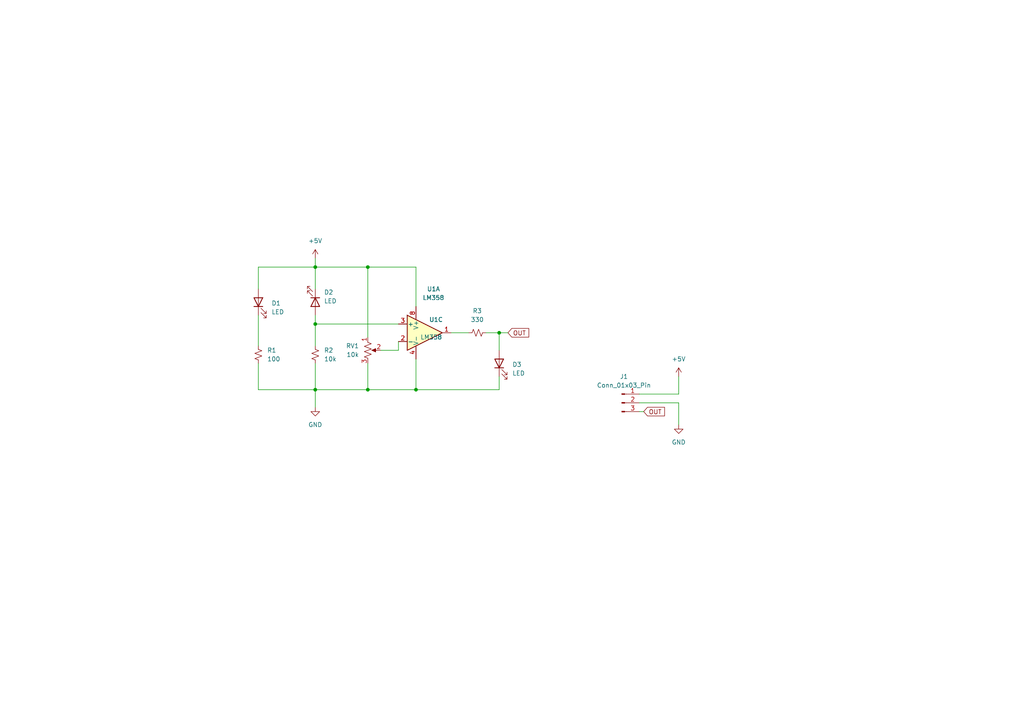
<source format=kicad_sch>
(kicad_sch (version 20250114) (generator "eeschema") (generator_version "9.0")
  (paper "A4")
  (lib_symbols
    (symbol "Amplifier_Operational:LM358" (pin_names (offset 0.127))
      (property "Reference" "U" (at 0 5.08 0))
      (property "Value" "LM358" (at 0 -5.08 0))
      (symbol "LM358_1_1"
        (polyline (pts (xy -5.08 5.08) (xy 5.08 0) (xy -5.08 -5.08) (xy -5.08 5.08)) (stroke (width 0.254)) (fill (type background)))
        (pin input line (at -7.62 2.54 0) (length 2.54) (name "+") (number "3"))
        (pin input line (at -7.62 -2.54 0) (length 2.54) (name "-") (number "2"))
        (pin output line (at 7.62 0 180) (length 2.54) (name "~") (number "1"))
      )
      (symbol "LM358_2_1"
        (polyline (pts (xy -5.08 5.08) (xy 5.08 0) (xy -5.08 -5.08) (xy -5.08 5.08)) (stroke (width 0.254)) (fill (type background)))
        (pin input line (at -7.62 2.54 0) (length 2.54) (name "+") (number "5"))
        (pin input line (at -7.62 -2.54 0) (length 2.54) (name "-") (number "6"))
        (pin output line (at 7.62 0 180) (length 2.54) (name "~") (number "7"))
      )
      (symbol "LM358_3_1"
        (pin power_in line (at -2.54 7.62 270) (length 3.81) (name "V+") (number "8"))
        (pin power_in line (at -2.54 -7.62 90) (length 3.81) (name "V-") (number "4"))
      )
    )
    (symbol "Connector:Conn_01x03_Pin" (pin_names (offset 1.016) (hide yes))
      (property "Reference" "J" (at 0 5.08 0))
      (property "Value" "Conn_01x03_Pin" (at 0 -5.08 0))
      (symbol "Conn_01x03_Pin_1_1"
        (rectangle (start 0.8636 2.667) (end 0 2.413) (stroke (width 0.1524)) (fill (type outline)))
        (rectangle (start 0.8636 0.127) (end 0 -0.127) (stroke (width 0.1524)) (fill (type outline)))
        (rectangle (start 0.8636 -2.413) (end 0 -2.667) (stroke (width 0.1524)) (fill (type outline)))
        (polyline (pts (xy 1.27 2.54) (xy 0.8636 2.54)) (stroke (width 0.1524)))
        (polyline (pts (xy 1.27 0) (xy 0.8636 0)) (stroke (width 0.1524)))
        (polyline (pts (xy 1.27 -2.54) (xy 0.8636 -2.54)) (stroke (width 0.1524)))
        (pin passive line (at 5.08 2.54 180) (length 3.81) (name "Pin_1") (number "1"))
        (pin passive line (at 5.08 0 180) (length 3.81) (name "Pin_2") (number "2"))
        (pin passive line (at 5.08 -2.54 180) (length 3.81) (name "Pin_3") (number "3"))
      )
    )
    (symbol "Device:LED" (pin_numbers (hide yes)) (pin_names (offset 1.016) (hide yes))
      (property "Reference" "D" (at 0 2.54 0))
      (property "Value" "LED" (at 0 -2.54 0))
      (symbol "LED_0_1"
        (polyline (pts (xy -3.048 -0.762) (xy -4.572 -2.286) (xy -3.81 -2.286) (xy -4.572 -2.286) (xy -4.572 -1.524)))
        (polyline (pts (xy -1.778 -0.762) (xy -3.302 -2.286) (xy -2.54 -2.286) (xy -3.302 -2.286) (xy -3.302 -1.524)))
        (polyline (pts (xy -1.27 0) (xy 1.27 0)))
        (polyline (pts (xy -1.27 -1.27) (xy -1.27 1.27)) (stroke (width 0.254)))
        (polyline (pts (xy 1.27 -1.27) (xy 1.27 1.27) (xy -1.27 0) (xy 1.27 -1.27)) (stroke (width 0.254)))
      )
      (symbol "LED_1_1"
        (pin passive line (at -3.81 0 0) (length 2.54) (name "K") (number "1"))
        (pin passive line (at 3.81 0 180) (length 2.54) (name "A") (number "2"))
      )
    )
    (symbol "Device:R_Potentiometer_US" (pin_names (offset 1.016) (hide yes))
      (property "Reference" "RV" (at -4.445 0 90))
      (property "Value" "R_Potentiometer_US" (at -2.54 0 90))
      (symbol "R_Potentiometer_US_0_1"
        (polyline (pts (xy 0 2.54) (xy 0 2.286)))
        (polyline (pts (xy 0 2.286) (xy 1.016 1.905) (xy 0 1.524) (xy -1.016 1.143) (xy 0 0.762)))
        (polyline (pts (xy 0 0.762) (xy 1.016 0.381) (xy 0 0) (xy -1.016 -0.381) (xy 0 -0.762)))
        (polyline (pts (xy 0 -0.762) (xy 1.016 -1.143) (xy 0 -1.524) (xy -1.016 -1.905) (xy 0 -2.286)))
        (polyline (pts (xy 0 -2.286) (xy 0 -2.54)))
        (polyline (pts (xy 1.143 0) (xy 2.286 0.508) (xy 2.286 -0.508) (xy 1.143 0)) (fill (type outline)))
        (polyline (pts (xy 2.54 0) (xy 1.524 0)))
      )
      (symbol "R_Potentiometer_US_1_1"
        (pin passive line (at 0 3.81 270) (length 1.27) (name "1") (number "1"))
        (pin passive line (at 0 -3.81 90) (length 1.27) (name "3") (number "3"))
        (pin passive line (at 3.81 0 180) (length 1.27) (name "2") (number "2"))
      )
    )
    (symbol "Device:R_Small_US" (pin_numbers (hide yes)) (pin_names (offset 0.254) (hide yes))
      (property "Reference" "R" (at 0.762 0.508 0))
      (property "Value" "R_Small_US" (at 0.762 -1.016 0))
      (symbol "R_Small_US_1_1"
        (polyline (pts (xy 0 1.524) (xy 1.016 1.143) (xy 0 0.762) (xy -1.016 0.381) (xy 0 0)))
        (polyline (pts (xy 0 0) (xy 1.016 -0.381) (xy 0 -0.762) (xy -1.016 -1.143) (xy 0 -1.524)))
        (pin passive line (at 0 2.54 270) (length 1.016) (name "~") (number "1"))
        (pin passive line (at 0 -2.54 90) (length 1.016) (name "~") (number "2"))
      )
    )
    (symbol "power:+5V" (power) (pin_numbers (hide yes)) (pin_names (offset 0) (hide yes))
      (property "Value" "+5V" (at 0 3.556 0))
      (symbol "+5V_0_1"
        (polyline (pts (xy -0.762 1.27) (xy 0 2.54)))
        (polyline (pts (xy 0 2.54) (xy 0.762 1.27)))
        (polyline (pts (xy 0 0) (xy 0 2.54)))
      )
      (symbol "+5V_1_1"
        (pin power_in line (at 0 0 90) (length 0) (name "~") (number "1"))
      )
    )
    (symbol "power:GND" (power) (pin_numbers (hide yes)) (pin_names (offset 0) (hide yes))
      (property "Value" "GND" (at 0 -3.81 0))
      (symbol "GND_0_1"
        (polyline (pts (xy 0 0) (xy 0 -1.27) (xy 1.27 -1.27) (xy 0 -2.54) (xy -1.27 -1.27) (xy 0 -1.27)))
      )
      (symbol "GND_1_1"
        (pin power_in line (at 0 0 270) (length 0) (name "~") (number "1"))
      )
    )
  )
  (junction (at 91.44 113.03))
  (junction (at 91.44 93.98))
  (junction (at 120.65 113.03))
  (junction (at 91.44 77.47))
  (junction (at 144.78 96.52))
  (junction (at 106.68 77.47))
  (junction (at 106.68 113.03))
  (wire (pts (xy 74.93 91.44) (xy 74.93 100.33)))
  (wire (pts (xy 120.65 104.14) (xy 120.65 113.03)))
  (wire (pts (xy 91.44 113.03) (xy 91.44 118.11)))
  (wire (pts (xy 196.85 114.3) (xy 185.42 114.3)))
  (wire (pts (xy 74.93 77.47) (xy 91.44 77.47)))
  (wire (pts (xy 91.44 74.93) (xy 91.44 77.47)))
  (wire (pts (xy 196.85 116.84) (xy 185.42 116.84)))
  (wire (pts (xy 185.42 119.38) (xy 186.69 119.38)))
  (wire (pts (xy 106.68 105.41) (xy 106.68 113.03)))
  (wire (pts (xy 74.93 113.03) (xy 91.44 113.03)))
  (wire (pts (xy 106.68 97.79) (xy 106.68 77.47)))
  (wire (pts (xy 115.57 101.6) (xy 115.57 99.06)))
  (wire (pts (xy 106.68 113.03) (xy 91.44 113.03)))
  (wire (pts (xy 74.93 105.41) (xy 74.93 113.03)))
  (wire (pts (xy 91.44 91.44) (xy 91.44 93.98)))
  (wire (pts (xy 196.85 109.22) (xy 196.85 114.3)))
  (wire (pts (xy 120.65 113.03) (xy 144.78 113.03)))
  (wire (pts (xy 106.68 77.47) (xy 91.44 77.47)))
  (wire (pts (xy 120.65 88.9) (xy 120.65 77.47)))
  (wire (pts (xy 91.44 113.03) (xy 91.44 105.41)))
  (wire (pts (xy 91.44 77.47) (xy 91.44 83.82)))
  (wire (pts (xy 144.78 109.22) (xy 144.78 113.03)))
  (wire (pts (xy 144.78 96.52) (xy 147.32 96.52)))
  (wire (pts (xy 110.49 101.6) (xy 115.57 101.6)))
  (wire (pts (xy 74.93 77.47) (xy 74.93 83.82)))
  (wire (pts (xy 120.65 113.03) (xy 106.68 113.03)))
  (wire (pts (xy 130.81 96.52) (xy 135.89 96.52)))
  (wire (pts (xy 196.85 116.84) (xy 196.85 123.19)))
  (wire (pts (xy 91.44 93.98) (xy 91.44 100.33)))
  (wire (pts (xy 91.44 93.98) (xy 115.57 93.98)))
  (wire (pts (xy 144.78 96.52) (xy 144.78 101.6)))
  (wire (pts (xy 140.97 96.52) (xy 144.78 96.52)))
  (wire (pts (xy 106.68 77.47) (xy 120.65 77.47)))
  (global_label "OUT" (shape input) (at 186.69 119.38 0) (property "Intersheetrefs" "${INTERSHEET_REFS}" (effects (hide yes))))
  (global_label "OUT" (shape input) (at 147.32 96.52 0) (property "Intersheetrefs" "${INTERSHEET_REFS}" (effects (hide yes))))
  (symbol (lib_id "Device:LED") (at 91.44 87.63 270) (unit 1)
    (property "Reference" "D2" (at 93.98 84.7724 90) (effects (justify left)))
    (property "Value" "LED" (at 93.98 87.3124 90) (effects (justify left)))
    (property "Footprint" "LED_THT:LED_D5.0mm_Horizontal_O1.27mm_Z3.0mm_Clear" (effects (hide yes)))
    (property "Description" "Light emitting diode" (effects (hide yes)))
    (property "Sim.Pins" "1=K 2=A" (effects (hide yes)))
  )
  (symbol (lib_id "Device:R_Small_US") (at 74.93 102.87 0) (unit 1)
    (property "Reference" "R1" (at 77.47 101.5999 0) (effects (justify left)))
    (property "Value" "100" (at 77.47 104.1399 0) (effects (justify left)))
    (property "Footprint" "Resistor_SMD:R_1206_3216Metric_Pad1.30x1.75mm_HandSolder" (effects (hide yes)))
    (property "Description" "Resistor, small US symbol" (effects (hide yes)))
  )
  (symbol (lib_id "power:+5V") (at 91.44 74.93 0) (unit 1)
    (property "Reference" "#PWR02" (effects (hide yes)))
    (property "Value" "+5V" (at 91.44 69.85 0))
    (property "Description" "Power symbol creates a global label with name \"+5V\"" (effects (hide yes)))
  )
  (symbol (lib_id "Device:R_Potentiometer_US") (at 106.68 101.6 0) (unit 1)
    (property "Reference" "RV1" (at 104.14 100.3299 0) (effects (justify right)))
    (property "Value" "10k" (at 104.14 102.8699 0) (effects (justify right)))
    (property "Footprint" "Potentiometer_THT:Potentiometer_Bourns_3266Y_Vertical" (effects (hide yes)))
    (property "Description" "Potentiometer, US symbol" (effects (hide yes)))
  )
  (symbol (lib_id "Amplifier_Operational:LM358") (at 123.19 96.52 0) (unit 3)
    (property "Reference" "U1" (at 124.46 92.7099 0) (effects (justify left)))
    (property "Value" "LM358" (at 121.92 97.7899 0) (effects (justify left)))
    (property "Footprint" "Package_DIP:DIP-8_W7.62mm_SMDSocket_SmallPads" (effects (hide yes)))
    (property "Datasheet" "http://www.ti.com/lit/ds/symlink/lm2904-n.pdf" (effects (hide yes)))
    (property "Description" "Low-Power, Dual Operational Amplifiers, DIP-8/SOIC-8/TO-99-8" (effects (hide yes)))
  )
  (symbol (lib_id "Device:LED") (at 74.93 87.63 90) (unit 1)
    (property "Reference" "D1" (at 78.74 87.9474 90) (effects (justify right)))
    (property "Value" "LED" (at 78.74 90.4874 90) (effects (justify right)))
    (property "Footprint" "LED_THT:LED_D5.0mm_Horizontal_O1.27mm_Z3.0mm_IRBlack" (effects (hide yes)))
    (property "Description" "Light emitting diode" (effects (hide yes)))
    (property "Sim.Pins" "1=K 2=A" (effects (hide yes)))
  )
  (symbol (lib_id "Device:LED") (at 144.78 105.41 90) (unit 1)
    (property "Reference" "D3" (at 148.59 105.7274 90) (effects (justify right)))
    (property "Value" "LED" (at 148.59 108.2674 90) (effects (justify right)))
    (property "Footprint" "LED_SMD:LED_1206_3216Metric" (effects (hide yes)))
    (property "Description" "Light emitting diode" (effects (hide yes)))
    (property "Sim.Pins" "1=K 2=A" (effects (hide yes)))
  )
  (symbol (lib_id "power:GND") (at 91.44 118.11 0) (unit 1)
    (property "Reference" "#PWR01" (effects (hide yes)))
    (property "Value" "GND" (at 91.44 123.19 0))
    (property "Description" "Power symbol creates a global label with name \"GND\" , ground" (effects (hide yes)))
  )
  (symbol (lib_id "Device:R_Small_US") (at 91.44 102.87 0) (unit 1)
    (property "Reference" "R2" (at 93.98 101.5999 0) (effects (justify left)))
    (property "Value" "10k" (at 93.98 104.1399 0) (effects (justify left)))
    (property "Footprint" "Resistor_SMD:R_1206_3216Metric_Pad1.30x1.75mm_HandSolder" (effects (hide yes)))
    (property "Description" "Resistor, small US symbol" (effects (hide yes)))
  )
  (symbol (lib_id "Device:R_Small_US") (at 138.43 96.52 90) (unit 1)
    (property "Reference" "R3" (at 138.43 90.17 90))
    (property "Value" "330" (at 138.43 92.71 90))
    (property "Footprint" "Resistor_SMD:R_1206_3216Metric_Pad1.30x1.75mm_HandSolder" (effects (hide yes)))
    (property "Description" "Resistor, small US symbol" (effects (hide yes)))
  )
  (symbol (lib_id "Amplifier_Operational:LM358") (at 123.19 96.52 0) (unit 1)
    (property "Reference" "U1" (at 125.73 83.82 0))
    (property "Value" "LM358" (at 125.73 86.36 0))
    (property "Footprint" "Package_DIP:DIP-8_W7.62mm_SMDSocket_SmallPads" (effects (hide yes)))
    (property "Datasheet" "http://www.ti.com/lit/ds/symlink/lm2904-n.pdf" (effects (hide yes)))
    (property "Description" "Low-Power, Dual Operational Amplifiers, DIP-8/SOIC-8/TO-99-8" (effects (hide yes)))
  )
  (symbol (lib_id "power:GND") (at 196.85 123.19 0) (unit 1)
    (property "Reference" "#PWR04" (effects (hide yes)))
    (property "Value" "GND" (at 196.85 128.27 0))
    (property "Description" "Power symbol creates a global label with name \"GND\" , ground" (effects (hide yes)))
  )
  (symbol (lib_id "power:+5V") (at 196.85 109.22 0) (unit 1)
    (property "Reference" "#PWR03" (effects (hide yes)))
    (property "Value" "+5V" (at 196.85 104.14 0))
    (property "Description" "Power symbol creates a global label with name \"+5V\"" (effects (hide yes)))
  )
  (symbol (lib_id "Connector:Conn_01x03_Pin") (at 180.34 116.84 0) (unit 1)
    (property "Reference" "J1" (at 180.975 109.22 0))
    (property "Value" "Conn_01x03_Pin" (at 180.975 111.76 0))
    (property "Footprint" "Connector_PinHeader_2.54mm:PinHeader_1x03_P2.54mm_Horizontal" (effects (hide yes)))
    (property "Description" "Generic connector, single row, 01x03, script generated" (effects (hide yes)))
  )
)
</source>
